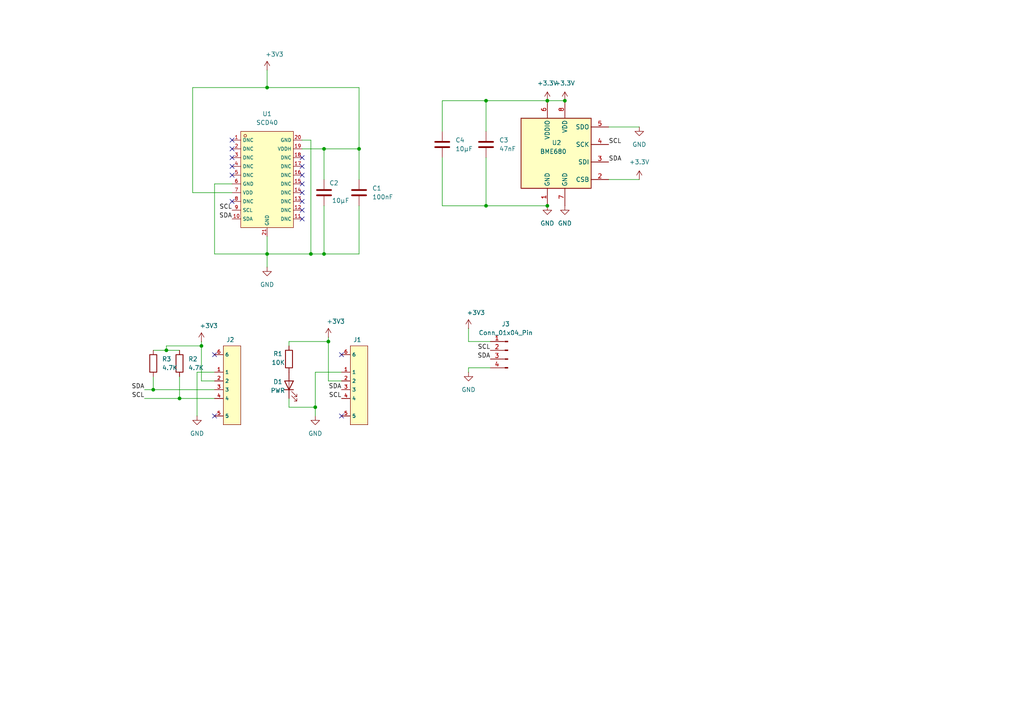
<source format=kicad_sch>
(kicad_sch (version 20250114) (generator "eeschema") (generator_version "9.0")
  (paper "A4")
  (lib_symbols
    (symbol "Connector:Conn_01x04_Pin" (pin_names (offset 1.016) (hide yes))
      (property "Reference" "J" (at 0 5.08 0))
      (property "Value" "Conn_01x04_Pin" (at 0 -7.62 0))
      (symbol "Conn_01x04_Pin_1_1"
        (rectangle (start 0.8636 2.667) (end 0 2.413) (stroke (width 0.1524)) (fill (type outline)))
        (rectangle (start 0.8636 0.127) (end 0 -0.127) (stroke (width 0.1524)) (fill (type outline)))
        (rectangle (start 0.8636 -2.413) (end 0 -2.667) (stroke (width 0.1524)) (fill (type outline)))
        (rectangle (start 0.8636 -4.953) (end 0 -5.207) (stroke (width 0.1524)) (fill (type outline)))
        (polyline (pts (xy 1.27 2.54) (xy 0.8636 2.54)) (stroke (width 0.1524)))
        (polyline (pts (xy 1.27 0) (xy 0.8636 0)) (stroke (width 0.1524)))
        (polyline (pts (xy 1.27 -2.54) (xy 0.8636 -2.54)) (stroke (width 0.1524)))
        (polyline (pts (xy 1.27 -5.08) (xy 0.8636 -5.08)) (stroke (width 0.1524)))
        (pin passive line (at 5.08 2.54 180) (length 3.81) (name "Pin_1") (number "1"))
        (pin passive line (at 5.08 0 180) (length 3.81) (name "Pin_2") (number "2"))
        (pin passive line (at 5.08 -2.54 180) (length 3.81) (name "Pin_3") (number "3"))
        (pin passive line (at 5.08 -5.08 180) (length 3.81) (name "Pin_4") (number "4"))
      )
    )
    (symbol "Device:C" (pin_numbers (hide yes)) (pin_names (offset 0.254))
      (property "Reference" "C" (at 0.635 2.54 0))
      (property "Value" "C" (at 0.635 -2.54 0))
      (symbol "C_0_1"
        (polyline (pts (xy -2.032 0.762) (xy 2.032 0.762)) (stroke (width 0.508)))
        (polyline (pts (xy -2.032 -0.762) (xy 2.032 -0.762)) (stroke (width 0.508)))
      )
      (symbol "C_1_1"
        (pin passive line (at 0 3.81 270) (length 2.794) (name "~") (number "1"))
        (pin passive line (at 0 -3.81 90) (length 2.794) (name "~") (number "2"))
      )
    )
    (symbol "Device:LED" (pin_numbers (hide yes)) (pin_names (offset 1.016) (hide yes))
      (property "Reference" "D" (at 0 2.54 0))
      (property "Value" "LED" (at 0 -2.54 0))
      (symbol "LED_0_1"
        (polyline (pts (xy -3.048 -0.762) (xy -4.572 -2.286) (xy -3.81 -2.286) (xy -4.572 -2.286) (xy -4.572 -1.524)))
        (polyline (pts (xy -1.778 -0.762) (xy -3.302 -2.286) (xy -2.54 -2.286) (xy -3.302 -2.286) (xy -3.302 -1.524)))
        (polyline (pts (xy -1.27 0) (xy 1.27 0)))
        (polyline (pts (xy -1.27 -1.27) (xy -1.27 1.27)) (stroke (width 0.254)))
        (polyline (pts (xy 1.27 -1.27) (xy 1.27 1.27) (xy -1.27 0) (xy 1.27 -1.27)) (stroke (width 0.254)))
      )
      (symbol "LED_1_1"
        (pin passive line (at -3.81 0 0) (length 2.54) (name "K") (number "1"))
        (pin passive line (at 3.81 0 180) (length 2.54) (name "A") (number "2"))
      )
    )
    (symbol "Device:R" (pin_numbers (hide yes)) (pin_names (offset 0))
      (property "Reference" "R" (at 2.032 0 90))
      (property "Value" "R" (at 0 0 90))
      (symbol "R_0_1"
        (rectangle (start -1.016 -2.54) (end 1.016 2.54) (stroke (width 0.254)))
      )
      (symbol "R_1_1"
        (pin passive line (at 0 3.81 270) (length 1.27) (name "~") (number "1"))
        (pin passive line (at 0 -3.81 90) (length 1.27) (name "~") (number "2"))
      )
    )
    (symbol "Sensor:BME680"
      (property "Reference" "U" (at -8.89 11.43 0))
      (property "Value" "BME680" (at 7.62 11.43 0))
      (symbol "BME680_0_1"
        (rectangle (start -10.16 10.16) (end 10.16 -10.16) (stroke (width 0.254)) (fill (type background)))
      )
      (symbol "BME680_1_1"
        (pin power_in line (at -2.54 15.24 270) (length 5.08) (name "VDDIO") (number "6"))
        (pin power_in line (at -2.54 -15.24 90) (length 5.08) (name "GND") (number "1"))
        (pin power_in line (at 2.54 15.24 270) (length 5.08) (name "VDD") (number "8"))
        (pin power_in line (at 2.54 -15.24 90) (length 5.08) (name "GND") (number "7"))
        (pin bidirectional line (at 15.24 7.62 180) (length 5.08) (name "SDO") (number "5"))
        (pin input line (at 15.24 2.54 180) (length 5.08) (name "SCK") (number "4"))
        (pin bidirectional line (at 15.24 -2.54 180) (length 5.08) (name "SDI") (number "3"))
        (pin input line (at 15.24 -7.62 180) (length 5.08) (name "CSB") (number "2"))
      )
    )
    (symbol "easyeda2kicad.kicad_sym:SCD40-D-R2_C3659421"
      (property "Reference" "U" (at 0 1.27 0))
      (property "Value" "SCD40-D-R2_C3659421" (at 0 -2.54 0))
      (symbol "SCD40-D-R2_C3659421_0_1"
        (rectangle (start -7.62 13.97) (end 7.62 -13.97) (fill (type background)))
        (circle (center -6.35 12.7) (radius 0.381) (fill (type background)))
        (pin unspecified line (at -10.16 11.43 0) (length 2.54) (name "DNC") (number "1"))
        (pin unspecified line (at -10.16 8.89 0) (length 2.54) (name "DNC") (number "2"))
        (pin unspecified line (at -10.16 6.35 0) (length 2.54) (name "DNC") (number "3"))
        (pin unspecified line (at -10.16 3.81 0) (length 2.54) (name "DNC") (number "4"))
        (pin unspecified line (at -10.16 1.27 0) (length 2.54) (name "DNC") (number "5"))
        (pin unspecified line (at -10.16 -1.27 0) (length 2.54) (name "GND") (number "6"))
        (pin unspecified line (at -10.16 -3.81 0) (length 2.54) (name "VDD") (number "7"))
        (pin unspecified line (at -10.16 -6.35 0) (length 2.54) (name "DNC") (number "8"))
        (pin unspecified line (at -10.16 -8.89 0) (length 2.54) (name "SCL") (number "9"))
        (pin unspecified line (at -10.16 -11.43 0) (length 2.54) (name "SDA") (number "10"))
        (pin unspecified line (at 0 -16.51 90) (length 2.54) (name "GND") (number "21"))
        (pin unspecified line (at 10.16 11.43 180) (length 2.54) (name "GND") (number "20"))
        (pin unspecified line (at 10.16 8.89 180) (length 2.54) (name "VDDH") (number "19"))
        (pin unspecified line (at 10.16 6.35 180) (length 2.54) (name "DNC") (number "18"))
        (pin unspecified line (at 10.16 3.81 180) (length 2.54) (name "DNC") (number "17"))
        (pin unspecified line (at 10.16 1.27 180) (length 2.54) (name "DNC") (number "16"))
        (pin unspecified line (at 10.16 -1.27 180) (length 2.54) (name "DNC") (number "15"))
        (pin unspecified line (at 10.16 -3.81 180) (length 2.54) (name "DNC") (number "14"))
        (pin unspecified line (at 10.16 -6.35 180) (length 2.54) (name "DNC") (number "13"))
        (pin unspecified line (at 10.16 -8.89 180) (length 2.54) (name "DNC") (number "12"))
        (pin unspecified line (at 10.16 -11.43 180) (length 2.54) (name "DNC") (number "11"))
      )
    )
    (symbol "easyeda2kicad.kicad_sym:SM04B-SRSS-TB_(LF)(SN)"
      (property "Reference" "U" (at 0 1.27 0))
      (property "Value" "SM04B-SRSS-TB_(LF)(SN)" (at 0 -2.54 0))
      (symbol "SM04B-SRSS-TB_(LF)(SN)_0_1"
        (rectangle (start -11.43 1.27) (end 11.43 -3.81) (fill (type background)))
        (pin unspecified line (at -8.89 3.81 270) (length 2.54) (name "6") (number "6"))
        (pin unspecified line (at -3.81 3.81 270) (length 2.54) (name "1") (number "1"))
        (pin unspecified line (at -1.27 3.81 270) (length 2.54) (name "2") (number "2"))
        (pin unspecified line (at 1.27 3.81 270) (length 2.54) (name "3") (number "3"))
        (pin unspecified line (at 3.81 3.81 270) (length 2.54) (name "4") (number "4"))
        (pin unspecified line (at 8.89 3.81 270) (length 2.54) (name "5") (number "5"))
      )
    )
    (symbol "power:+3.3V" (power) (pin_numbers (hide yes)) (pin_names (offset 0) (hide yes))
      (property "Value" "+3.3V" (at 0 3.556 0))
      (symbol "+3.3V_0_1"
        (polyline (pts (xy -0.762 1.27) (xy 0 2.54)))
        (polyline (pts (xy 0 2.54) (xy 0.762 1.27)))
        (polyline (pts (xy 0 0) (xy 0 2.54)))
      )
      (symbol "+3.3V_1_1"
        (pin power_in line (at 0 0 90) (length 0) (name "~") (number "1"))
      )
    )
    (symbol "power:+3V3" (power) (pin_numbers (hide yes)) (pin_names (offset 0) (hide yes))
      (property "Value" "+3V3" (at 0 3.556 0))
      (symbol "+3V3_0_1"
        (polyline (pts (xy -0.762 1.27) (xy 0 2.54)))
        (polyline (pts (xy 0 2.54) (xy 0.762 1.27)))
        (polyline (pts (xy 0 0) (xy 0 2.54)))
      )
      (symbol "+3V3_1_1"
        (pin power_in line (at 0 0 90) (length 0) (name "~") (number "1"))
      )
    )
    (symbol "power:GND" (power) (pin_numbers (hide yes)) (pin_names (offset 0) (hide yes))
      (property "Value" "GND" (at 0 -3.81 0))
      (symbol "GND_0_1"
        (polyline (pts (xy 0 0) (xy 0 -1.27) (xy 1.27 -1.27) (xy 0 -2.54) (xy -1.27 -1.27) (xy 0 -1.27)))
      )
      (symbol "GND_1_1"
        (pin power_in line (at 0 0 270) (length 0) (name "~") (number "1"))
      )
    )
  )
  (junction (at 93.98 43.18))
  (junction (at 93.98 73.66))
  (junction (at 140.97 59.69))
  (junction (at 140.97 29.21))
  (junction (at 77.47 25.4))
  (junction (at 44.45 113.03))
  (junction (at 77.47 73.66))
  (junction (at 158.75 59.69))
  (junction (at 158.75 29.21))
  (junction (at 52.07 115.57))
  (junction (at 104.14 43.18))
  (junction (at 48.26 101.6))
  (junction (at 90.17 73.66))
  (junction (at 95.25 99.06))
  (junction (at 58.42 100.33))
  (junction (at 163.83 29.21))
  (junction (at 91.44 118.11))
  (no_connect (at 87.63 55.88))
  (no_connect (at 99.06 120.65))
  (no_connect (at 87.63 53.34))
  (no_connect (at 99.06 102.87))
  (no_connect (at 87.63 48.26))
  (no_connect (at 87.63 58.42))
  (no_connect (at 87.63 50.8))
  (no_connect (at 67.31 40.64))
  (no_connect (at 87.63 60.96))
  (no_connect (at 67.31 58.42))
  (no_connect (at 62.23 102.87))
  (no_connect (at 62.23 120.65))
  (no_connect (at 87.63 45.72))
  (no_connect (at 87.63 63.5))
  (no_connect (at 67.31 48.26))
  (no_connect (at 67.31 45.72))
  (no_connect (at 67.31 43.18))
  (no_connect (at 67.31 50.8))
  (wire (pts (xy 91.44 118.11) (xy 91.44 120.65)))
  (wire (pts (xy 140.97 29.21) (xy 140.97 38.1)))
  (wire (pts (xy 95.25 97.79) (xy 95.25 99.06)))
  (wire (pts (xy 93.98 73.66) (xy 93.98 59.69)))
  (wire (pts (xy 44.45 101.6) (xy 48.26 101.6)))
  (wire (pts (xy 44.45 109.22) (xy 44.45 113.03)))
  (wire (pts (xy 142.24 106.68) (xy 135.89 106.68)))
  (wire (pts (xy 135.89 106.68) (xy 135.89 107.95)))
  (wire (pts (xy 93.98 43.18) (xy 93.98 52.07)))
  (wire (pts (xy 55.88 25.4) (xy 77.47 25.4)))
  (wire (pts (xy 104.14 43.18) (xy 104.14 52.07)))
  (wire (pts (xy 58.42 99.06) (xy 58.42 100.33)))
  (wire (pts (xy 58.42 100.33) (xy 58.42 110.49)))
  (wire (pts (xy 93.98 73.66) (xy 104.14 73.66)))
  (wire (pts (xy 48.26 101.6) (xy 48.26 100.33)))
  (wire (pts (xy 55.88 55.88) (xy 55.88 25.4)))
  (wire (pts (xy 83.82 100.33) (xy 83.82 99.06)))
  (wire (pts (xy 41.91 115.57) (xy 52.07 115.57)))
  (wire (pts (xy 128.27 59.69) (xy 128.27 45.72)))
  (wire (pts (xy 62.23 110.49) (xy 58.42 110.49)))
  (wire (pts (xy 52.07 109.22) (xy 52.07 115.57)))
  (wire (pts (xy 77.47 20.32) (xy 77.47 25.4)))
  (wire (pts (xy 158.75 59.69) (xy 140.97 59.69)))
  (wire (pts (xy 158.75 29.21) (xy 163.83 29.21)))
  (wire (pts (xy 128.27 29.21) (xy 128.27 38.1)))
  (wire (pts (xy 91.44 118.11) (xy 83.82 118.11)))
  (wire (pts (xy 99.06 107.95) (xy 91.44 107.95)))
  (wire (pts (xy 52.07 115.57) (xy 62.23 115.57)))
  (wire (pts (xy 77.47 25.4) (xy 104.14 25.4)))
  (wire (pts (xy 48.26 101.6) (xy 52.07 101.6)))
  (wire (pts (xy 140.97 59.69) (xy 128.27 59.69)))
  (wire (pts (xy 62.23 73.66) (xy 77.47 73.66)))
  (wire (pts (xy 135.89 99.06) (xy 142.24 99.06)))
  (wire (pts (xy 48.26 100.33) (xy 58.42 100.33)))
  (wire (pts (xy 57.15 107.95) (xy 57.15 120.65)))
  (wire (pts (xy 67.31 55.88) (xy 55.88 55.88)))
  (wire (pts (xy 104.14 59.69) (xy 104.14 73.66)))
  (wire (pts (xy 95.25 99.06) (xy 95.25 110.49)))
  (wire (pts (xy 140.97 29.21) (xy 128.27 29.21)))
  (wire (pts (xy 185.42 52.07) (xy 176.53 52.07)))
  (wire (pts (xy 62.23 107.95) (xy 57.15 107.95)))
  (wire (pts (xy 158.75 29.21) (xy 140.97 29.21)))
  (wire (pts (xy 104.14 25.4) (xy 104.14 43.18)))
  (wire (pts (xy 135.89 95.25) (xy 135.89 99.06)))
  (wire (pts (xy 77.47 73.66) (xy 90.17 73.66)))
  (wire (pts (xy 91.44 107.95) (xy 91.44 118.11)))
  (wire (pts (xy 87.63 43.18) (xy 93.98 43.18)))
  (wire (pts (xy 83.82 118.11) (xy 83.82 115.57)))
  (wire (pts (xy 83.82 99.06) (xy 95.25 99.06)))
  (wire (pts (xy 140.97 45.72) (xy 140.97 59.69)))
  (wire (pts (xy 62.23 53.34) (xy 62.23 73.66)))
  (wire (pts (xy 67.31 53.34) (xy 62.23 53.34)))
  (wire (pts (xy 93.98 43.18) (xy 104.14 43.18)))
  (wire (pts (xy 44.45 113.03) (xy 62.23 113.03)))
  (wire (pts (xy 77.47 68.58) (xy 77.47 73.66)))
  (wire (pts (xy 185.42 36.83) (xy 176.53 36.83)))
  (wire (pts (xy 90.17 73.66) (xy 93.98 73.66)))
  (wire (pts (xy 41.91 113.03) (xy 44.45 113.03)))
  (wire (pts (xy 99.06 110.49) (xy 95.25 110.49)))
  (wire (pts (xy 90.17 40.64) (xy 87.63 40.64)))
  (wire (pts (xy 90.17 73.66) (xy 90.17 40.64)))
  (wire (pts (xy 77.47 73.66) (xy 77.47 77.47)))
  (label "SDA" (at 176.53 46.99 0))
  (label "SCL" (at 99.06 115.57 180))
  (label "SDA" (at 41.91 113.03 180))
  (label "SCL" (at 142.24 101.6 180))
  (label "SCL" (at 41.91 115.57 180))
  (label "SCL" (at 67.31 60.96 180))
  (label "SCL" (at 176.53 41.91 0))
  (label "SDA" (at 67.31 63.5 180))
  (label "SDA" (at 99.06 113.03 180))
  (label "SDA" (at 142.24 104.14 180))
  (symbol (lib_id "Device:R") (at 44.45 105.41 0) (unit 1)
    (property "Reference" "R3" (at 46.99 104.14 0) (effects (justify left)))
    (property "Value" "4.7K" (at 46.99 106.68 0) (effects (justify left)))
    (property "Footprint" "Resistor_SMD:R_0805_2012Metric_Pad1.20x1.40mm_HandSolder" (effects (hide yes)))
    (property "MPN" "C105427" (effects (hide yes)))
  )
  (symbol (lib_id "power:GND") (at 135.89 107.95 0) (unit 1)
    (property "Reference" "#PWR033" (effects (hide yes)))
    (property "Value" "GND" (at 135.89 113.03 0))
    (property "Description" "Power symbol creates a global label with name \"GND\" , ground" (effects (hide yes)))
  )
  (symbol (lib_id "Device:R") (at 83.82 104.14 0) (unit 1)
    (property "Reference" "R1" (at 79.248 102.616 0) (effects (justify left)))
    (property "Value" "10K" (at 78.74 105.156 0) (effects (justify left)))
    (property "Footprint" "Resistor_SMD:R_0805_2012Metric_Pad1.20x1.40mm_HandSolder" (effects (hide yes)))
    (property "Description" "Resistor" (effects (hide yes)))
    (property "LCSC" "C17414" (effects (hide yes)))
  )
  (symbol (lib_id "Device:C") (at 104.14 55.88 0) (unit 1)
    (property "Reference" "C1" (at 107.95 54.6099 0) (effects (justify left)))
    (property "Value" "100nF" (at 107.95 57.1499 0) (effects (justify left)))
    (property "Footprint" "Capacitor_SMD:C_0805_2012Metric_Pad1.18x1.45mm_HandSolder" (effects (hide yes)))
    (property "MPN" "C1711" (effects (hide yes)))
  )
  (symbol (lib_id "power:GND") (at 163.83 59.69 0) (unit 1)
    (property "Reference" "#PWR024" (effects (hide yes)))
    (property "Value" "GND" (at 163.83 64.77 0))
    (property "Description" "Power symbol creates a global label with name \"GND\" , ground" (effects (hide yes)))
  )
  (symbol (lib_id "power:GND") (at 77.47 77.47 0) (unit 1)
    (property "Reference" "#PWR031" (effects (hide yes)))
    (property "Value" "GND" (at 77.47 82.55 0))
    (property "Description" "Power symbol creates a global label with name \"GND\" , ground" (effects (hide yes)))
  )
  (symbol (lib_id "power:GND") (at 91.44 120.65 0) (unit 1)
    (property "Reference" "#PWR029" (effects (hide yes)))
    (property "Value" "GND" (at 91.44 125.73 0))
    (property "Description" "Power symbol creates a global label with name \"GND\" , ground" (effects (hide yes)))
  )
  (symbol (lib_id "Device:LED") (at 83.82 111.76 90) (unit 1)
    (property "Reference" "D1" (at 79.248 110.744 90) (effects (justify right)))
    (property "Value" "PWR" (at 78.486 113.284 90) (effects (justify right)))
    (property "Footprint" "LED_SMD:LED_0805_2012Metric" (effects (hide yes)))
    (property "Description" "Light emitting diode" (effects (hide yes)))
    (property "LCSC" "C84256" (effects (hide yes)))
  )
  (symbol (lib_id "Device:C") (at 140.97 41.91 0) (unit 1)
    (property "Reference" "C3" (at 144.78 40.64 0) (effects (justify left)))
    (property "Value" "47nF" (at 144.78 43.18 0) (effects (justify left)))
    (property "Footprint" "Capacitor_SMD:C_0805_2012Metric_Pad1.18x1.45mm_HandSolder" (effects (hide yes)))
    (property "MPN" "C1745" (effects (hide yes)))
  )
  (symbol (lib_id "easyeda2kicad.kicad_sym:SM04B-SRSS-TB_(LF)(SN)") (at 102.87 111.76 90) (mirror x) (unit 1)
    (property "Reference" "J1" (at 103.632 98.552 90))
    (property "Value" "SM04B-SRSS-TB_(LF)(SN)" (effects (hide yes)))
    (property "Footprint" "footprint:CONN-SMD_4P-P1.00_SM04B-SRSS-TB-LF-SN" (effects (hide yes)))
    (property "Datasheet" "https://lcsc.com/product-detail/Wire-To-Board-Wire-To-Wire-Connector_JST-Sales-America_SM04B-SRSS-TB-LF-SN_JST-Sales-America-SM04B-SRSS-TB-LF-SN_C160404.html" (effects (hide yes)))
    (property "LCSC" "C160404" (effects (hide yes)))
  )
  (symbol (lib_id "power:+3.3V") (at 163.83 29.21 0) (unit 1)
    (property "Reference" "#PWR023" (effects (hide yes)))
    (property "Value" "+3.3V" (at 163.83 24.13 0))
    (property "Description" "Power symbol creates a global label with name \"+3.3V\"" (effects (hide yes)))
  )
  (symbol (lib_id "Device:C") (at 128.27 41.91 0) (unit 1)
    (property "Reference" "C4" (at 132.08 40.6399 0) (effects (justify left)))
    (property "Value" "10µF" (at 132.08 43.1799 0) (effects (justify left)))
    (property "Footprint" "Capacitor_SMD:C_0805_2012Metric_Pad1.18x1.45mm_HandSolder" (effects (hide yes)))
    (property "Description" "Unpolarized capacitor" (effects (hide yes)))
    (property "MPN" "C342724" (effects (hide yes)))
  )
  (symbol (lib_id "power:GND") (at 185.42 36.83 0) (unit 1)
    (property "Reference" "#PWR026" (effects (hide yes)))
    (property "Value" "GND" (at 185.42 41.91 0))
    (property "Description" "Power symbol creates a global label with name \"GND\" , ground" (effects (hide yes)))
  )
  (symbol (lib_id "power:GND") (at 57.15 120.65 0) (unit 1)
    (property "Reference" "#PWR02" (effects (hide yes)))
    (property "Value" "GND" (at 57.15 125.73 0))
    (property "Description" "Power symbol creates a global label with name \"GND\" , ground" (effects (hide yes)))
  )
  (symbol (lib_id "Sensor:BME680") (at 161.29 44.45 0) (unit 1)
    (property "Reference" "U2" (at 162.814 41.402 0) (effects (justify right)))
    (property "Value" "BME680" (at 164.338 43.942 0) (effects (justify right)))
    (property "Footprint" "Package_LGA:Bosch_LGA-8_3x3mm_P0.8mm_ClockwisePinNumbering" (effects (hide yes)))
    (property "Datasheet" "https://ae-bst.resource.bosch.com/media/_tech/media/datasheets/BST-BME680-DS001.pdf" (effects (hide yes)))
    (property "MPN" "C125972" (effects (hide yes)))
  )
  (symbol (lib_id "easyeda2kicad.kicad_sym:SCD40-D-R2_C3659421") (at 77.47 52.07 0) (unit 1)
    (property "Reference" "U1" (at 77.47 33.02 0))
    (property "Value" "SCD40" (at 77.47 35.56 0))
    (property "Footprint" "footprint:LGA-20_L10.1-W10.1-P1.25-TL" (effects (hide yes)))
    (property "Datasheet" "https://sensirion.com/media/documents/C4B87CE6/61652F80/Sensirion_CO2_Sensors_SCD4x_Datasheet.pdf" (effects (hide yes)))
    (property "LCSC" "C3659421" (effects (hide yes)))
  )
  (symbol (lib_id "power:+3V3") (at 95.25 97.79 0) (unit 1)
    (property "Reference" "#PWR030" (effects (hide yes)))
    (property "Value" "+3V3" (at 94.742 93.218 0) (effects (justify left)))
    (property "Description" "Power symbol creates a global label with name \"+3V3\"" (effects (hide yes)))
  )
  (symbol (lib_id "Device:R") (at 52.07 105.41 0) (unit 1)
    (property "Reference" "R2" (at 54.61 104.14 0) (effects (justify left)))
    (property "Value" "4.7K" (at 54.61 106.68 0) (effects (justify left)))
    (property "Footprint" "Resistor_SMD:R_0805_2012Metric_Pad1.20x1.40mm_HandSolder" (effects (hide yes)))
    (property "MPN" "C105427" (effects (hide yes)))
  )
  (symbol (lib_id "power:+3V3") (at 77.47 20.32 0) (unit 1)
    (property "Reference" "#PWR05" (effects (hide yes)))
    (property "Value" "+3V3" (at 76.962 15.748 0) (effects (justify left)))
    (property "Description" "Power symbol creates a global label with name \"+3V3\"" (effects (hide yes)))
  )
  (symbol (lib_id "power:+3V3") (at 58.42 99.06 0) (unit 1)
    (property "Reference" "#PWR04" (effects (hide yes)))
    (property "Value" "+3V3" (at 57.912 94.488 0) (effects (justify left)))
    (property "Description" "Power symbol creates a global label with name \"+3V3\"" (effects (hide yes)))
  )
  (symbol (lib_id "power:+3V3") (at 135.89 95.25 0) (unit 1)
    (property "Reference" "#PWR032" (effects (hide yes)))
    (property "Value" "+3V3" (at 135.382 90.678 0) (effects (justify left)))
    (property "Description" "Power symbol creates a global label with name \"+3V3\"" (effects (hide yes)))
  )
  (symbol (lib_id "Device:C") (at 93.98 55.88 0) (unit 1)
    (property "Reference" "C2" (at 95.504 53.086 0) (effects (justify left)))
    (property "Value" "10µF" (at 96.266 58.166 0) (effects (justify left)))
    (property "Footprint" "Capacitor_SMD:C_0805_2012Metric_Pad1.18x1.45mm_HandSolder" (effects (hide yes)))
    (property "Description" "Unpolarized capacitor" (effects (hide yes)))
    (property "MPN" "C342724" (effects (hide yes)))
  )
  (symbol (lib_id "easyeda2kicad.kicad_sym:SM04B-SRSS-TB_(LF)(SN)") (at 66.04 111.76 90) (mirror x) (unit 1)
    (property "Reference" "J2" (at 66.802 98.552 90))
    (property "Value" "SM04B-SRSS-TB_(LF)(SN)" (effects (hide yes)))
    (property "Footprint" "footprint:CONN-SMD_4P-P1.00_SM04B-SRSS-TB-LF-SN" (effects (hide yes)))
    (property "Datasheet" "https://lcsc.com/product-detail/Wire-To-Board-Wire-To-Wire-Connector_JST-Sales-America_SM04B-SRSS-TB-LF-SN_JST-Sales-America-SM04B-SRSS-TB-LF-SN_C160404.html" (effects (hide yes)))
    (property "LCSC" "C160404" (effects (hide yes)))
  )
  (symbol (lib_id "power:+3.3V") (at 185.42 52.07 0) (unit 1)
    (property "Reference" "#PWR025" (effects (hide yes)))
    (property "Value" "+3.3V" (at 185.42 46.99 0))
    (property "Description" "Power symbol creates a global label with name \"+3.3V\"" (effects (hide yes)))
  )
  (symbol (lib_id "Connector:Conn_01x04_Pin") (at 147.32 101.6 0) (mirror y) (unit 1)
    (property "Reference" "J3" (at 146.685 93.98 0))
    (property "Value" "Conn_01x04_Pin" (at 146.685 96.52 0))
    (property "Footprint" "Connector_PinHeader_2.54mm:PinHeader_1x04_P2.54mm_Vertical" (effects (hide yes)))
    (property "Description" "Generic connector, single row, 01x04, script generated" (effects (hide yes)))
  )
  (symbol (lib_id "power:+3.3V") (at 158.75 29.21 0) (unit 1)
    (property "Reference" "#PWR021" (effects (hide yes)))
    (property "Value" "+3.3V" (at 158.75 24.13 0))
    (property "Description" "Power symbol creates a global label with name \"+3.3V\"" (effects (hide yes)))
  )
  (symbol (lib_id "power:GND") (at 158.75 59.69 0) (unit 1)
    (property "Reference" "#PWR022" (effects (hide yes)))
    (property "Value" "GND" (at 158.75 64.77 0))
    (property "Description" "Power symbol creates a global label with name \"GND\" , ground" (effects (hide yes)))
  )
)
</source>
